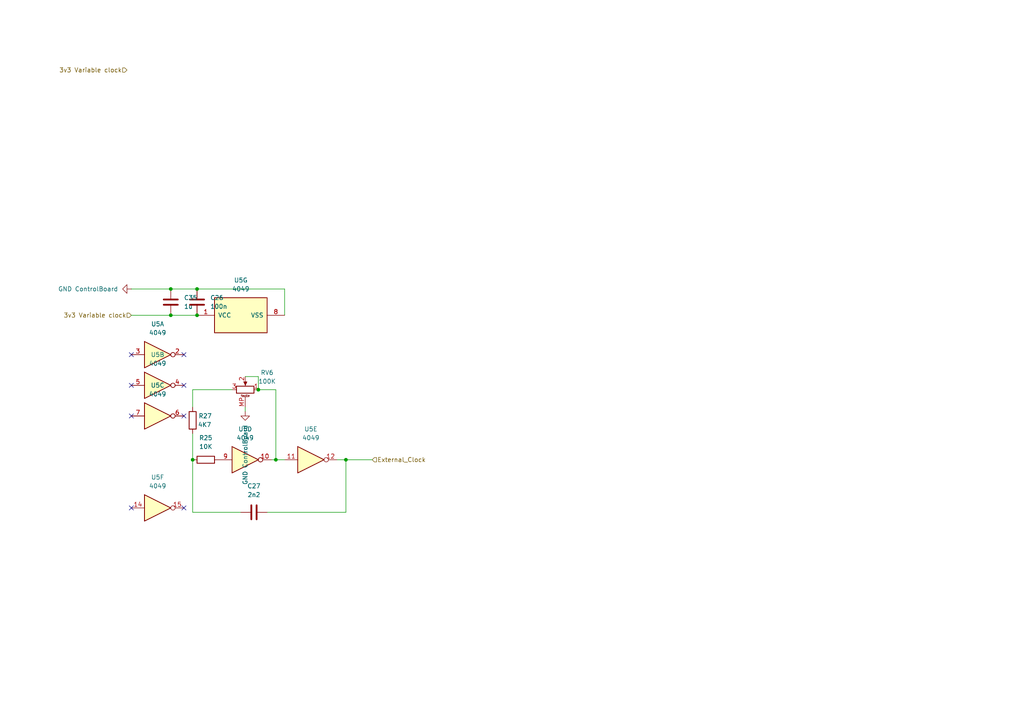
<source format=kicad_sch>
(kicad_sch (version 20231120) (generator "eeschema") (generator_version "8.0")
  (paper "A4")
  (lib_symbols
    (symbol "4xxx:4049" (pin_names (offset 1.016))
      (property "Reference" "U" (at 0 1.27 0))
      (property "Value" "4049" (at 0 -1.27 0))
      (symbol "4049_1_0"
        (polyline (pts (xy -3.81 3.81) (xy -3.81 -3.81) (xy 3.81 0) (xy -3.81 3.81)) (stroke (width 0.254)) (fill (type background)))
        (pin output inverted (at 7.62 0 180) (length 3.81) (name "~") (number "2"))
        (pin input line (at -7.62 0 0) (length 3.81) (name "~") (number "3"))
      )
      (symbol "4049_2_0"
        (polyline (pts (xy -3.81 3.81) (xy -3.81 -3.81) (xy 3.81 0) (xy -3.81 3.81)) (stroke (width 0.254)) (fill (type background)))
        (pin output inverted (at 7.62 0 180) (length 3.81) (name "~") (number "4"))
        (pin input line (at -7.62 0 0) (length 3.81) (name "~") (number "5"))
      )
      (symbol "4049_3_0"
        (polyline (pts (xy -3.81 3.81) (xy -3.81 -3.81) (xy 3.81 0) (xy -3.81 3.81)) (stroke (width 0.254)) (fill (type background)))
        (pin output inverted (at 7.62 0 180) (length 3.81) (name "~") (number "6"))
        (pin input line (at -7.62 0 0) (length 3.81) (name "~") (number "7"))
      )
      (symbol "4049_4_0"
        (polyline (pts (xy -3.81 3.81) (xy -3.81 -3.81) (xy 3.81 0) (xy -3.81 3.81)) (stroke (width 0.254)) (fill (type background)))
        (pin output inverted (at 7.62 0 180) (length 3.81) (name "~") (number "10"))
        (pin input line (at -7.62 0 0) (length 3.81) (name "~") (number "9"))
      )
      (symbol "4049_5_0"
        (polyline (pts (xy -3.81 3.81) (xy -3.81 -3.81) (xy 3.81 0) (xy -3.81 3.81)) (stroke (width 0.254)) (fill (type background)))
        (pin input line (at -7.62 0 0) (length 3.81) (name "~") (number "11"))
        (pin output inverted (at 7.62 0 180) (length 3.81) (name "~") (number "12"))
      )
      (symbol "4049_6_0"
        (polyline (pts (xy -3.81 3.81) (xy -3.81 -3.81) (xy 3.81 0) (xy -3.81 3.81)) (stroke (width 0.254)) (fill (type background)))
        (pin input line (at -7.62 0 0) (length 3.81) (name "~") (number "14"))
        (pin output inverted (at 7.62 0 180) (length 3.81) (name "~") (number "15"))
      )
      (symbol "4049_7_0"
        (pin power_in line (at 0 12.7 270) (length 5.08) (name "VCC") (number "1"))
        (pin power_in line (at 0 -12.7 90) (length 5.08) (name "VSS") (number "8"))
      )
      (symbol "4049_7_1"
        (rectangle (start -5.08 7.62) (end 5.08 -7.62) (stroke (width 0.254)) (fill (type background)))
      )
    )
    (symbol "Device:C" (pin_numbers hide) (pin_names (offset 0.254))
      (property "Reference" "C" (at 0.635 2.54 0))
      (property "Value" "C" (at 0.635 -2.54 0))
      (symbol "C_0_1"
        (polyline (pts (xy -2.032 -0.762) (xy 2.032 -0.762)) (stroke (width 0.508)))
        (polyline (pts (xy -2.032 0.762) (xy 2.032 0.762)) (stroke (width 0.508)))
      )
      (symbol "C_1_1"
        (pin passive line (at 0 3.81 270) (length 2.794) (name "~") (number "1"))
        (pin passive line (at 0 -3.81 90) (length 2.794) (name "~") (number "2"))
      )
    )
    (symbol "Device:R" (pin_numbers hide) (pin_names (offset 0))
      (property "Reference" "R" (at 2.032 0 90))
      (property "Value" "R" (at 0 0 90))
      (symbol "R_0_1"
        (rectangle (start -1.016 -2.54) (end 1.016 2.54) (stroke (width 0.254)))
      )
      (symbol "R_1_1"
        (pin passive line (at 0 3.81 270) (length 1.27) (name "~") (number "1"))
        (pin passive line (at 0 -3.81 90) (length 1.27) (name "~") (number "2"))
      )
    )
    (symbol "Device:R_Potentiometer_MountingPin" (pin_names (offset 1.016) hide)
      (property "Reference" "RV" (at -8.255 0 90))
      (property "Value" "R_Potentiometer_MountingPin" (at -6.35 0 90))
      (symbol "R_Potentiometer_MountingPin_0_1"
        (polyline (pts (xy 2.54 0) (xy 1.524 0)))
        (polyline (pts (xy 1.143 0) (xy 2.286 0.508) (xy 2.286 -0.508)) (fill (type outline)))
        (rectangle (start 1.016 2.54) (end -1.016 -2.54) (stroke (width 0.254)))
      )
      (symbol "R_Potentiometer_MountingPin_1_1"
        (polyline (pts (xy -2.032 1.016) (xy -2.032 -1.016)) (stroke (width 0.1524)))
        (text "Mounting" (at -1.651 0 900) (effects (font (size 0.381 0.381))))
        (pin passive line (at 0 3.81 270) (length 1.27) (name "1") (number "1"))
        (pin passive line (at 3.81 0 180) (length 1.27) (name "2") (number "2"))
        (pin passive line (at 0 -3.81 90) (length 1.27) (name "3") (number "3"))
        (pin passive line (at -5.08 0 0) (length 3.048) (name "MountPin") (number "MP"))
      )
    )
    (symbol "power:GND" (power) (pin_numbers hide) (pin_names (offset 0) hide)
      (property "Value" "GND" (at 0 -3.81 0))
      (symbol "GND_0_1"
        (polyline (pts (xy 0 0) (xy 0 -1.27) (xy 1.27 -1.27) (xy 0 -2.54) (xy -1.27 -1.27) (xy 0 -1.27)))
      )
      (symbol "GND_1_1"
        (pin power_in line (at 0 0 270) (length 0) (name "~") (number "1"))
      )
    )
  )
  (junction (at 80.01 133.35))
  (junction (at 57.15 83.82))
  (junction (at 74.93 113.03))
  (junction (at 55.88 133.35))
  (junction (at 57.15 91.44))
  (junction (at 49.53 91.44))
  (junction (at 100.33 133.35))
  (junction (at 49.53 83.82))
  (no_connect (at 38.1 147.32))
  (no_connect (at 38.1 120.65))
  (no_connect (at 38.1 102.87))
  (no_connect (at 53.34 102.87))
  (no_connect (at 53.34 120.65))
  (no_connect (at 38.1 111.76))
  (no_connect (at 53.34 147.32))
  (no_connect (at 53.34 111.76))
  (wire (pts (xy 100.33 133.35) (xy 97.79 133.35)))
  (wire (pts (xy 82.55 83.82) (xy 82.55 91.44)))
  (wire (pts (xy 80.01 113.03) (xy 80.01 133.35)))
  (wire (pts (xy 100.33 148.59) (xy 77.47 148.59)))
  (wire (pts (xy 38.1 91.44) (xy 49.53 91.44)))
  (wire (pts (xy 49.53 83.82) (xy 57.15 83.82)))
  (wire (pts (xy 74.93 113.03) (xy 74.93 109.22)))
  (wire (pts (xy 55.88 118.11) (xy 55.88 113.03)))
  (wire (pts (xy 49.53 91.44) (xy 57.15 91.44)))
  (wire (pts (xy 57.15 83.82) (xy 82.55 83.82)))
  (wire (pts (xy 74.93 109.22) (xy 71.12 109.22)))
  (wire (pts (xy 107.95 133.35) (xy 100.33 133.35)))
  (wire (pts (xy 55.88 113.03) (xy 67.31 113.03)))
  (wire (pts (xy 78.74 133.35) (xy 80.01 133.35)))
  (wire (pts (xy 55.88 148.59) (xy 55.88 133.35)))
  (wire (pts (xy 55.88 125.73) (xy 55.88 133.35)))
  (wire (pts (xy 69.85 148.59) (xy 55.88 148.59)))
  (wire (pts (xy 100.33 133.35) (xy 100.33 148.59)))
  (wire (pts (xy 74.93 113.03) (xy 80.01 113.03)))
  (wire (pts (xy 71.12 118.11) (xy 71.12 119.38)))
  (wire (pts (xy 80.01 133.35) (xy 82.55 133.35)))
  (wire (pts (xy 38.1 83.82) (xy 49.53 83.82)))
  (hierarchical_label "3v3 Variable clock" (shape input) (at 36.83 20.32 180))
  (hierarchical_label "External_Clock" (shape input) (at 107.95 133.35 0))
  (hierarchical_label "3v3 Variable clock" (shape input) (at 38.1 91.44 180))
  (symbol (lib_id "Device:C") (at 49.53 87.63 0) (unit 1)
    (property "Reference" "C35" (at 53.34 86.3599 0) (effects (justify left)))
    (property "Value" "1u" (at 53.34 88.8999 0) (effects (justify left)))
    (property "Footprint" "Capacitor_SMD:C_0603_1608Metric_Pad1.08x0.95mm_HandSolder" (effects (hide yes)))
    (property "Description" "Unpolarized capacitor" (effects (hide yes)))
  )
  (symbol (lib_id "4xxx:4049") (at 45.72 120.65 0) (unit 3)
    (property "Reference" "U5" (at 45.72 111.76 0))
    (property "Value" "4049" (at 45.72 114.3 0))
    (property "Footprint" "Package_DIP:CERDIP-16_W7.62mm_SideBrazed" (effects (hide yes)))
    (property "Datasheet" "http://www.intersil.com/content/dam/intersil/documents/cd40/cd4049ubms.pdf" (effects (hide yes)))
    (property "Description" "Hex Buffer Inverter" (effects (hide yes)))
  )
  (symbol (lib_id "Device:R") (at 59.69 133.35 90) (unit 1)
    (property "Reference" "R25" (at 59.69 127 90))
    (property "Value" "10K" (at 59.69 129.54 90))
    (property "Footprint" "PCM_4ms_Resistor:R_0603" (effects (hide yes)))
    (property "Description" "Resistor" (effects (hide yes)))
  )
  (symbol (lib_id "Device:C") (at 57.15 87.63 0) (unit 1)
    (property "Reference" "C26" (at 60.96 86.3599 0) (effects (justify left)))
    (property "Value" "100n" (at 60.96 88.8999 0) (effects (justify left)))
    (property "Footprint" "FV1Footrpints:C_0603_1608Metric_Pad1.08x0.95mm_HandSolder" (effects (hide yes)))
    (property "Description" "Unpolarized capacitor" (effects (hide yes)))
  )
  (symbol (lib_id "4xxx:4049") (at 71.12 133.35 0) (unit 4)
    (property "Reference" "U5" (at 71.12 124.46 0))
    (property "Value" "4049" (at 71.12 127 0))
    (property "Footprint" "Package_DIP:CERDIP-16_W7.62mm_SideBrazed" (effects (hide yes)))
    (property "Datasheet" "http://www.intersil.com/content/dam/intersil/documents/cd40/cd4049ubms.pdf" (effects (hide yes)))
    (property "Description" "Hex Buffer Inverter" (effects (hide yes)))
  )
  (symbol (lib_id "Device:C") (at 73.66 148.59 90) (unit 1)
    (property "Reference" "C27" (at 73.66 140.97 90))
    (property "Value" "2n2" (at 73.66 143.51 90))
    (property "Footprint" "FV1Footrpints:C_0603_1608Metric_Pad1.08x0.95mm_HandSolder" (effects (hide yes)))
    (property "Description" "Unpolarized capacitor" (effects (hide yes)))
  )
  (symbol (lib_id "Device:R") (at 55.88 121.92 0) (mirror y) (unit 1)
    (property "Reference" "R27" (at 61.468 120.65 0) (effects (justify left)))
    (property "Value" "4K7" (at 57.404 123.19 0) (effects (justify right)))
    (property "Footprint" "PCM_4ms_Resistor:R_0603" (effects (hide yes)))
    (property "Description" "Resistor" (effects (hide yes)))
  )
  (symbol (lib_id "4xxx:4049") (at 45.72 147.32 0) (unit 6)
    (property "Reference" "U5" (at 45.72 138.43 0))
    (property "Value" "4049" (at 45.72 140.97 0))
    (property "Footprint" "Package_DIP:CERDIP-16_W7.62mm_SideBrazed" (effects (hide yes)))
    (property "Datasheet" "http://www.intersil.com/content/dam/intersil/documents/cd40/cd4049ubms.pdf" (effects (hide yes)))
    (property "Description" "Hex Buffer Inverter" (effects (hide yes)))
  )
  (symbol (lib_id "power:GND") (at 38.1 83.82 270) (unit 1)
    (property "Reference" "#PWR056" (effects (hide yes)))
    (property "Value" "GND ControlBoard" (at 34.29 83.8199 90) (effects (justify right)))
    (property "Description" "Power symbol creates a global label with name \"GND\" , ground" (effects (hide yes)))
  )
  (symbol (lib_id "4xxx:4049") (at 45.72 102.87 0) (unit 1)
    (property "Reference" "U5" (at 45.72 93.98 0))
    (property "Value" "4049" (at 45.72 96.52 0))
    (property "Footprint" "Package_DIP:CERDIP-16_W7.62mm_SideBrazed" (effects (hide yes)))
    (property "Datasheet" "http://www.intersil.com/content/dam/intersil/documents/cd40/cd4049ubms.pdf" (effects (hide yes)))
    (property "Description" "Hex Buffer Inverter" (effects (hide yes)))
  )
  (symbol (lib_id "4xxx:4049") (at 45.72 111.76 0) (unit 2)
    (property "Reference" "U5" (at 45.72 102.87 0))
    (property "Value" "4049" (at 45.72 105.41 0))
    (property "Footprint" "Package_DIP:CERDIP-16_W7.62mm_SideBrazed" (effects (hide yes)))
    (property "Datasheet" "http://www.intersil.com/content/dam/intersil/documents/cd40/cd4049ubms.pdf" (effects (hide yes)))
    (property "Description" "Hex Buffer Inverter" (effects (hide yes)))
  )
  (symbol (lib_id "4xxx:4049") (at 69.85 91.44 90) (unit 7)
    (property "Reference" "U5" (at 69.85 81.28 90))
    (property "Value" "4049" (at 69.85 83.82 90))
    (property "Footprint" "Package_DIP:CERDIP-16_W7.62mm_SideBrazed" (effects (hide yes)))
    (property "Datasheet" "http://www.intersil.com/content/dam/intersil/documents/cd40/cd4049ubms.pdf" (effects (hide yes)))
    (property "Description" "Hex Buffer Inverter" (effects (hide yes)))
  )
  (symbol (lib_id "4xxx:4049") (at 90.17 133.35 0) (unit 5)
    (property "Reference" "U5" (at 90.17 124.46 0))
    (property "Value" "4049" (at 90.17 127 0))
    (property "Footprint" "Package_DIP:CERDIP-16_W7.62mm_SideBrazed" (effects (hide yes)))
    (property "Datasheet" "http://www.intersil.com/content/dam/intersil/documents/cd40/cd4049ubms.pdf" (effects (hide yes)))
    (property "Description" "Hex Buffer Inverter" (effects (hide yes)))
  )
  (symbol (lib_id "power:GND") (at 71.12 119.38 0) (mirror y) (unit 1)
    (property "Reference" "#PWR045" (effects (hide yes)))
    (property "Value" "GND ControlBoard" (at 71.1199 123.19 90) (effects (justify right)))
    (property "Description" "Power symbol creates a global label with name \"GND\" , ground" (effects (hide yes)))
  )
  (symbol (lib_id "Device:R_Potentiometer_MountingPin") (at 71.12 113.03 270) (mirror x) (unit 1)
    (property "Reference" "RV6" (at 77.47 108.0768 90))
    (property "Value" "100K" (at 77.47 110.6168 90))
    (property "Footprint" "PCM_4ms_Potentiometer:Pot_9mm_Knurl_NoDet" (effects (hide yes)))
    (property "Description" "Potentiometer with a mounting pin" (effects (hide yes)))
  )
)
</source>
